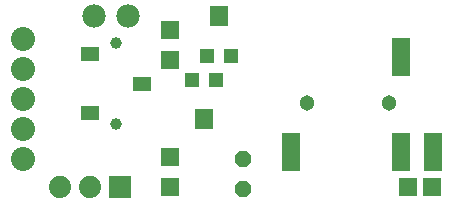
<source format=gbs>
G75*
%MOIN*%
%OFA0B0*%
%FSLAX25Y25*%
%IPPOS*%
%LPD*%
%AMOC8*
5,1,8,0,0,1.08239X$1,22.5*
%
%ADD10OC8,0.05600*%
%ADD11C,0.07400*%
%ADD12R,0.07400X0.07400*%
%ADD13R,0.05912X0.05124*%
%ADD14C,0.03943*%
%ADD15C,0.07800*%
%ADD16C,0.08000*%
%ADD17R,0.05943X0.05943*%
%ADD18R,0.06306X0.06699*%
%ADD19R,0.05124X0.05124*%
%ADD20R,0.06400X0.12900*%
%ADD21C,0.05124*%
D10*
X0082600Y0010600D03*
X0082600Y0020600D03*
D11*
X0021600Y0011100D03*
X0031600Y0011100D03*
D12*
X0041600Y0011100D03*
D13*
X0031439Y0035757D03*
X0048761Y0045600D03*
X0031439Y0055443D03*
D14*
X0040100Y0058986D03*
X0040100Y0032214D03*
D15*
X0044300Y0068100D03*
X0032900Y0068100D03*
D16*
X0009100Y0060600D03*
X0009100Y0050600D03*
X0009100Y0040600D03*
X0009100Y0030600D03*
X0009100Y0020600D03*
D17*
X0058100Y0021100D03*
X0058100Y0011100D03*
X0137600Y0011100D03*
X0145600Y0011100D03*
X0058100Y0053600D03*
X0058100Y0063600D03*
D18*
X0074600Y0068006D03*
X0069600Y0033694D03*
D19*
X0065663Y0046785D03*
X0073537Y0046785D03*
X0070663Y0054915D03*
X0078537Y0054915D03*
D20*
X0135191Y0054460D03*
X0135002Y0022850D03*
X0145924Y0022850D03*
X0098435Y0022850D03*
D21*
X0103742Y0039072D03*
X0131301Y0039072D03*
M02*

</source>
